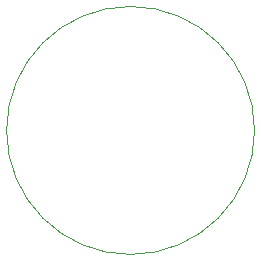
<source format=gm1>
G04 #@! TF.GenerationSoftware,KiCad,Pcbnew,(5.1.8)-1*
G04 #@! TF.CreationDate,2021-06-14T15:46:15+01:00*
G04 #@! TF.ProjectId,amulet,616d756c-6574-42e6-9b69-6361645f7063,rev?*
G04 #@! TF.SameCoordinates,Original*
G04 #@! TF.FileFunction,Profile,NP*
%FSLAX46Y46*%
G04 Gerber Fmt 4.6, Leading zero omitted, Abs format (unit mm)*
G04 Created by KiCad (PCBNEW (5.1.8)-1) date 2021-06-14 15:46:15*
%MOMM*%
%LPD*%
G01*
G04 APERTURE LIST*
G04 #@! TA.AperFunction,Profile*
%ADD10C,0.050000*%
G04 #@! TD*
G04 APERTURE END LIST*
D10*
X110500000Y-100000000D02*
G75*
G03*
X110500000Y-100000000I-10500000J0D01*
G01*
M02*

</source>
